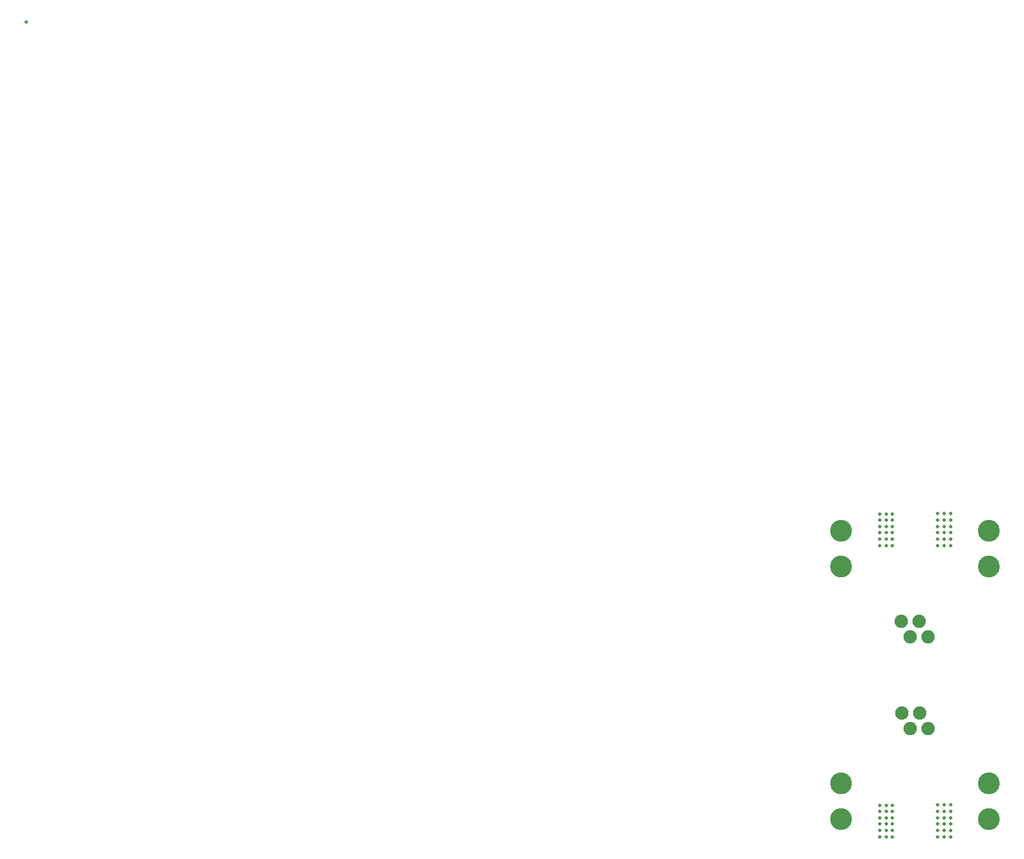
<source format=gbr>
%TF.GenerationSoftware,KiCad,Pcbnew,(5.1.10)-1*%
%TF.CreationDate,2021-07-20T09:59:38-04:00*%
%TF.ProjectId,Smart Tank Current Shunt,536d6172-7420-4546-916e-6b2043757272,rev?*%
%TF.SameCoordinates,Original*%
%TF.FileFunction,Soldermask,Bot*%
%TF.FilePolarity,Negative*%
%FSLAX46Y46*%
G04 Gerber Fmt 4.6, Leading zero omitted, Abs format (unit mm)*
G04 Created by KiCad (PCBNEW (5.1.10)-1) date 2021-07-20 09:59:38*
%MOMM*%
%LPD*%
G01*
G04 APERTURE LIST*
%ADD10C,0.500000*%
%ADD11C,3.100000*%
%ADD12C,3.099999*%
%ADD13C,1.900000*%
G04 APERTURE END LIST*
D10*
%TO.C,REF\u002A\u002A*%
X123060000Y-115760000D03*
%TD*%
%TO.C,REF\u002A\u002A*%
X122160000Y-115760000D03*
%TD*%
%TO.C,REF\u002A\u002A*%
X121260000Y-115760000D03*
%TD*%
%TO.C,REF\u002A\u002A*%
X123060000Y-114860000D03*
%TD*%
%TO.C,REF\u002A\u002A*%
X122160000Y-114860000D03*
%TD*%
%TO.C,REF\u002A\u002A*%
X121260000Y-114860000D03*
%TD*%
%TO.C,REF\u002A\u002A*%
X123060000Y-113960000D03*
%TD*%
%TO.C,REF\u002A\u002A*%
X122160000Y-113960000D03*
%TD*%
%TO.C,REF\u002A\u002A*%
X121260000Y-113960000D03*
%TD*%
%TO.C,REF\u002A\u002A*%
X123060000Y-113060000D03*
%TD*%
%TO.C,REF\u002A\u002A*%
X122160000Y-113060000D03*
%TD*%
%TO.C,REF\u002A\u002A*%
X121260000Y-113060000D03*
%TD*%
%TO.C,REF\u002A\u002A*%
X123060000Y-112160000D03*
%TD*%
%TO.C,REF\u002A\u002A*%
X122160000Y-112160000D03*
%TD*%
%TO.C,REF\u002A\u002A*%
X121260000Y-112160000D03*
%TD*%
%TO.C,REF\u002A\u002A*%
X123060000Y-111260000D03*
%TD*%
%TO.C,REF\u002A\u002A*%
X122160000Y-111260000D03*
%TD*%
%TO.C,REF\u002A\u002A*%
X131300000Y-115750000D03*
%TD*%
%TO.C,REF\u002A\u002A*%
X130400000Y-115750000D03*
%TD*%
%TO.C,REF\u002A\u002A*%
X129500000Y-115750000D03*
%TD*%
%TO.C,REF\u002A\u002A*%
X131300000Y-114850000D03*
%TD*%
%TO.C,REF\u002A\u002A*%
X130400000Y-114850000D03*
%TD*%
%TO.C,REF\u002A\u002A*%
X129500000Y-114850000D03*
%TD*%
%TO.C,REF\u002A\u002A*%
X131300000Y-113950000D03*
%TD*%
%TO.C,REF\u002A\u002A*%
X130400000Y-113950000D03*
%TD*%
%TO.C,REF\u002A\u002A*%
X129500000Y-113950000D03*
%TD*%
%TO.C,REF\u002A\u002A*%
X131300000Y-113050000D03*
%TD*%
%TO.C,REF\u002A\u002A*%
X130400000Y-113050000D03*
%TD*%
%TO.C,REF\u002A\u002A*%
X129500000Y-113050000D03*
%TD*%
%TO.C,REF\u002A\u002A*%
X131300000Y-112150000D03*
%TD*%
%TO.C,REF\u002A\u002A*%
X130400000Y-112150000D03*
%TD*%
%TO.C,REF\u002A\u002A*%
X129500000Y-112150000D03*
%TD*%
%TO.C,REF\u002A\u002A*%
X131300000Y-111250000D03*
%TD*%
%TO.C,REF\u002A\u002A*%
X130400000Y-111250000D03*
%TD*%
%TO.C,REF\u002A\u002A*%
X131300000Y-74350000D03*
%TD*%
%TO.C,REF\u002A\u002A*%
X130400000Y-74350000D03*
%TD*%
%TO.C,REF\u002A\u002A*%
X129500000Y-74350000D03*
%TD*%
%TO.C,REF\u002A\u002A*%
X131300000Y-73450000D03*
%TD*%
%TO.C,REF\u002A\u002A*%
X130400000Y-73450000D03*
%TD*%
%TO.C,REF\u002A\u002A*%
X129500000Y-73450000D03*
%TD*%
%TO.C,REF\u002A\u002A*%
X131300000Y-72550000D03*
%TD*%
%TO.C,REF\u002A\u002A*%
X130400000Y-72550000D03*
%TD*%
%TO.C,REF\u002A\u002A*%
X129500000Y-72550000D03*
%TD*%
%TO.C,REF\u002A\u002A*%
X131300000Y-71650000D03*
%TD*%
%TO.C,REF\u002A\u002A*%
X130400000Y-71650000D03*
%TD*%
%TO.C,REF\u002A\u002A*%
X129500000Y-71650000D03*
%TD*%
%TO.C,REF\u002A\u002A*%
X131300000Y-70750000D03*
%TD*%
%TO.C,REF\u002A\u002A*%
X130400000Y-70750000D03*
%TD*%
%TO.C,REF\u002A\u002A*%
X129500000Y-70750000D03*
%TD*%
%TO.C,REF\u002A\u002A*%
X131300000Y-69850000D03*
%TD*%
%TO.C,REF\u002A\u002A*%
X130400000Y-69850000D03*
%TD*%
%TO.C,REF\u002A\u002A*%
X123070000Y-74360000D03*
%TD*%
%TO.C,REF\u002A\u002A*%
X122170000Y-74360000D03*
%TD*%
%TO.C,REF\u002A\u002A*%
X121270000Y-74360000D03*
%TD*%
%TO.C,REF\u002A\u002A*%
X123070000Y-73460000D03*
%TD*%
%TO.C,REF\u002A\u002A*%
X122170000Y-73460000D03*
%TD*%
%TO.C,REF\u002A\u002A*%
X121270000Y-73460000D03*
%TD*%
%TO.C,REF\u002A\u002A*%
X123070000Y-72560000D03*
%TD*%
%TO.C,REF\u002A\u002A*%
X122170000Y-72560000D03*
%TD*%
%TO.C,REF\u002A\u002A*%
X121270000Y-72560000D03*
%TD*%
%TO.C,REF\u002A\u002A*%
X123070000Y-71660000D03*
%TD*%
%TO.C,REF\u002A\u002A*%
X122170000Y-71660000D03*
%TD*%
%TO.C,REF\u002A\u002A*%
X121270000Y-71660000D03*
%TD*%
%TO.C,REF\u002A\u002A*%
X123070000Y-70760000D03*
%TD*%
%TO.C,REF\u002A\u002A*%
X122170000Y-70760000D03*
%TD*%
%TO.C,REF\u002A\u002A*%
X121270000Y-70760000D03*
%TD*%
%TO.C,REF\u002A\u002A*%
X123070000Y-69860000D03*
%TD*%
%TO.C,REF\u002A\u002A*%
X122170000Y-69860000D03*
%TD*%
%TO.C,REF\u002A\u002A*%
X121260000Y-111260000D03*
%TD*%
%TO.C,REF\u002A\u002A*%
X129500000Y-69850000D03*
%TD*%
%TO.C,REF\u002A\u002A*%
X121270000Y-69860000D03*
%TD*%
%TO.C,REF\u002A\u002A*%
X129500000Y-111250000D03*
%TD*%
%TO.C,REF\u002A\u002A*%
X0Y0D03*
%TD*%
D11*
%TO.C,J1*%
X115740000Y-72300770D03*
X115740000Y-77380770D03*
D12*
X136740000Y-72300770D03*
X136740000Y-77380770D03*
D13*
X124340000Y-85150000D03*
X126880000Y-85150000D03*
X125610000Y-87360000D03*
X128150000Y-87360000D03*
D12*
X115750000Y-108160770D03*
X115750000Y-113240770D03*
X136740000Y-108160770D03*
X136740000Y-113240770D03*
D13*
X128150000Y-100400000D03*
X126892132Y-98200000D03*
X125610000Y-100400000D03*
X124352132Y-98200000D03*
%TD*%
M02*

</source>
